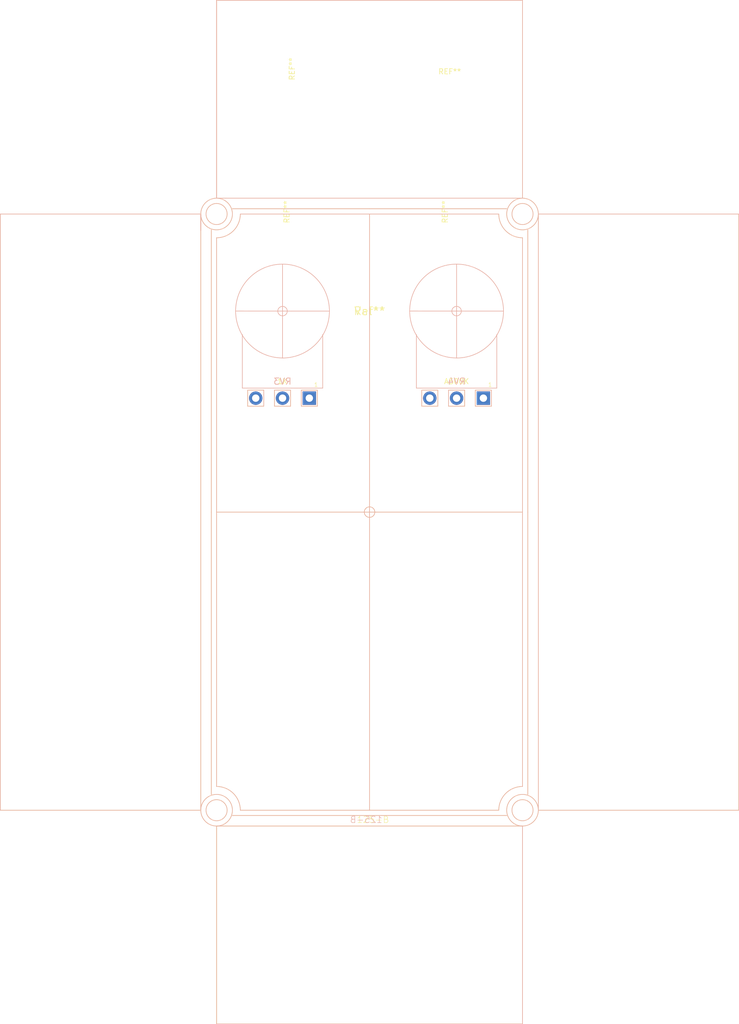
<source format=kicad_pcb>
(kicad_pcb (version 20171130) (host pcbnew "(5.1.5-0-10_14)")

  (general
    (thickness 1.6)
    (drawings 0)
    (tracks 0)
    (zones 0)
    (modules 10)
    (nets 5)
  )

  (page A4)
  (layers
    (0 F.Cu signal)
    (31 B.Cu signal)
    (32 B.Adhes user)
    (33 F.Adhes user)
    (34 B.Paste user)
    (35 F.Paste user)
    (36 B.SilkS user)
    (37 F.SilkS user)
    (38 B.Mask user)
    (39 F.Mask user)
    (40 Dwgs.User user)
    (41 Cmts.User user)
    (42 Eco1.User user)
    (43 Eco2.User user)
    (44 Edge.Cuts user)
    (45 Margin user)
    (46 B.CrtYd user)
    (47 F.CrtYd user)
    (48 B.Fab user)
    (49 F.Fab user)
  )

  (setup
    (last_trace_width 0.25)
    (trace_clearance 0.2)
    (zone_clearance 0.508)
    (zone_45_only no)
    (trace_min 0.2)
    (via_size 0.8)
    (via_drill 0.4)
    (via_min_size 0.4)
    (via_min_drill 0.3)
    (uvia_size 0.3)
    (uvia_drill 0.1)
    (uvias_allowed no)
    (uvia_min_size 0.2)
    (uvia_min_drill 0.1)
    (edge_width 0.05)
    (segment_width 0.2)
    (pcb_text_width 0.3)
    (pcb_text_size 1.5 1.5)
    (mod_edge_width 0.12)
    (mod_text_size 1 1)
    (mod_text_width 0.15)
    (pad_size 1.524 1.524)
    (pad_drill 0.762)
    (pad_to_mask_clearance 0.051)
    (solder_mask_min_width 0.25)
    (aux_axis_origin 0 0)
    (visible_elements FFFFFF7F)
    (pcbplotparams
      (layerselection 0x010fc_ffffffff)
      (usegerberextensions false)
      (usegerberattributes false)
      (usegerberadvancedattributes false)
      (creategerberjobfile false)
      (excludeedgelayer true)
      (linewidth 0.100000)
      (plotframeref false)
      (viasonmask false)
      (mode 1)
      (useauxorigin false)
      (hpglpennumber 1)
      (hpglpenspeed 20)
      (hpglpendiameter 15.000000)
      (psnegative false)
      (psa4output false)
      (plotreference true)
      (plotvalue true)
      (plotinvisibletext false)
      (padsonsilk false)
      (subtractmaskfromsilk false)
      (outputformat 1)
      (mirror false)
      (drillshape 1)
      (scaleselection 1)
      (outputdirectory ""))
  )

  (net 0 "")
  (net 1 "Net-(C2-Pad1)")
  (net 2 GND)
  (net 3 "Net-(Cp2-Pad1)")
  (net 4 FUZZ_FACE_OUT)

  (net_class Default "This is the default net class."
    (clearance 0.2)
    (trace_width 0.25)
    (via_dia 0.8)
    (via_drill 0.4)
    (uvia_dia 0.3)
    (uvia_drill 0.1)
    (add_net FUZZ_FACE_OUT)
    (add_net GND)
    (add_net "Net-(C2-Pad1)")
    (add_net "Net-(Cp2-Pad1)")
  )

  (module "MBv3 enclosures:LED" (layer F.Cu) (tedit 5FF8AA9F) (tstamp 613FB7D2)
    (at 100 61.9)
    (fp_text reference Ref** (at 0 0) (layer F.SilkS)
      (effects (font (size 1.524 1.524) (thickness 0.15)))
    )
    (fp_text value Val** (at 0 0) (layer F.SilkS)
      (effects (font (size 1.524 1.524) (thickness 0.15)))
    )
    (fp_line (start -2 0) (end 2 0) (layer Dwgs.User) (width 0.127))
    (fp_line (start 0 -2) (end 0 2) (layer Dwgs.User) (width 0.127))
    (fp_circle (center 0 0) (end 2.5 0) (layer Dwgs.User) (width 0.127))
    (fp_circle (center 0 0) (end 1.5 0) (layer Dwgs.User) (width 0.127))
  )

  (module "MBv3 enclosures:DC_TOP" (layer F.Cu) (tedit 5B29013C) (tstamp 613FADBE)
    (at 100 38.8)
    (fp_text reference Ref** (at 0 0) (layer F.SilkS) hide
      (effects (font (size 1.524 1.524) (thickness 0.15)))
    )
    (fp_text value Val** (at 0 0) (layer F.SilkS) hide
      (effects (font (size 1.524 1.524) (thickness 0.15)))
    )
    (fp_line (start -3.825 3.15) (end 3.825 3.15) (layer Dwgs.User) (width 0.127))
    (fp_poly (pts (xy -5.4 5.6) (xy 5.4 5.6) (xy 5.4 3.75) (xy -5.4 3.75)) (layer Dwgs.User) (width 0))
    (fp_line (start -3.825 8.65) (end 3.825 8.65) (layer Dwgs.User) (width 0.127))
    (fp_line (start -3.825 7.65) (end 3.825 7.65) (layer Dwgs.User) (width 0.127))
    (fp_line (start -3.825 6.65) (end 3.825 6.65) (layer Dwgs.User) (width 0.127))
    (fp_line (start -3.825 5.65) (end 3.825 5.65) (layer Dwgs.User) (width 0.127))
    (fp_line (start -3.825 4.65) (end 3.825 4.65) (layer Dwgs.User) (width 0.127))
    (fp_line (start 3.5 13.65) (end 3 13.65) (layer Dwgs.User) (width 0.127))
    (fp_line (start 3.5 9.65) (end 3.5 13.65) (layer Dwgs.User) (width 0.127))
    (fp_line (start 3 9.65) (end 3 13.65) (layer Dwgs.User) (width 0.127))
    (fp_line (start -3 15.3) (end -3.5 15.3) (layer Dwgs.User) (width 0.127))
    (fp_line (start -3 9.65) (end -3 15.3) (layer Dwgs.User) (width 0.127))
    (fp_line (start -3.5 9.65) (end -3.5 15.3) (layer Dwgs.User) (width 0.127))
    (fp_line (start -4.5 -2) (end -4.5 -1.65) (layer Dwgs.User) (width 0.127))
    (fp_line (start 4.5 -2) (end -4.5 -2) (layer Dwgs.User) (width 0.127))
    (fp_line (start -4.5 -1.65) (end 4.5 -1.65) (layer Dwgs.User) (width 0.127))
    (fp_line (start -5 -1.65) (end -4.5 -1.65) (layer Dwgs.User) (width 0.127))
    (fp_line (start -5 1.65) (end -5 -1.65) (layer Dwgs.User) (width 0.127))
    (fp_line (start -3.825 3.15) (end -3.825 1.65) (layer Dwgs.User) (width 0.127))
    (fp_line (start -3.825 4.65) (end -3.825 3.15) (layer Dwgs.User) (width 0.127))
    (fp_line (start -3.825 5.65) (end -3.825 4.65) (layer Dwgs.User) (width 0.127))
    (fp_line (start -3.825 6.65) (end -3.825 5.65) (layer Dwgs.User) (width 0.127))
    (fp_line (start -3.825 7.65) (end -3.825 6.65) (layer Dwgs.User) (width 0.127))
    (fp_line (start -3.825 8.65) (end -3.825 7.65) (layer Dwgs.User) (width 0.127))
    (fp_line (start -3.825 9.65) (end -3.825 8.65) (layer Dwgs.User) (width 0.127))
    (fp_line (start -3.5 9.65) (end -3.825 9.65) (layer Dwgs.User) (width 0.127))
    (fp_line (start -3 9.65) (end -3.5 9.65) (layer Dwgs.User) (width 0.127))
    (fp_line (start 3 9.65) (end -3 9.65) (layer Dwgs.User) (width 0.127))
    (fp_line (start 3.5 9.65) (end 3 9.65) (layer Dwgs.User) (width 0.127))
    (fp_line (start 3.825 9.65) (end 3.5 9.65) (layer Dwgs.User) (width 0.127))
    (fp_line (start -3.825 1.65) (end 3.825 1.65) (layer Dwgs.User) (width 0.127))
    (fp_line (start -5 1.65) (end -3.825 1.65) (layer Dwgs.User) (width 0.127))
    (fp_line (start 3.825 3.15) (end 3.825 1.65) (layer Dwgs.User) (width 0.127))
    (fp_line (start 3.825 4.65) (end 3.825 3.15) (layer Dwgs.User) (width 0.127))
    (fp_line (start 3.825 5.65) (end 3.825 4.65) (layer Dwgs.User) (width 0.127))
    (fp_line (start 3.825 6.65) (end 3.825 5.65) (layer Dwgs.User) (width 0.127))
    (fp_line (start 3.825 7.65) (end 3.825 6.65) (layer Dwgs.User) (width 0.127))
    (fp_line (start 3.825 8.65) (end 3.825 7.65) (layer Dwgs.User) (width 0.127))
    (fp_line (start 3.825 9.65) (end 3.825 8.65) (layer Dwgs.User) (width 0.127))
    (fp_line (start 5 1.65) (end 3.825 1.65) (layer Dwgs.User) (width 0.127))
    (fp_line (start 5 -1.65) (end 5 1.65) (layer Dwgs.User) (width 0.127))
    (fp_line (start 4.5 -2) (end 4.5 -1.65) (layer Dwgs.User) (width 0.127))
    (fp_line (start 5 -1.65) (end 4.5 -1.65) (layer Dwgs.User) (width 0.127))
    (fp_line (start -3.825 3.15) (end 3.825 3.15) (layer Dwgs.User) (width 0.127))
    (fp_poly (pts (xy -5.4 5.6) (xy 5.4 5.6) (xy 5.4 3.75) (xy -5.4 3.75)) (layer Dwgs.User) (width 0))
    (fp_line (start -3.825 8.65) (end 3.825 8.65) (layer Dwgs.User) (width 0.127))
    (fp_line (start -3.825 7.65) (end 3.825 7.65) (layer Dwgs.User) (width 0.127))
    (fp_line (start -3.825 6.65) (end 3.825 6.65) (layer Dwgs.User) (width 0.127))
    (fp_line (start -3.825 5.65) (end 3.825 5.65) (layer Dwgs.User) (width 0.127))
    (fp_line (start -3.825 4.65) (end 3.825 4.65) (layer Dwgs.User) (width 0.127))
    (fp_line (start 3.5 13.65) (end 3 13.65) (layer Dwgs.User) (width 0.127))
    (fp_line (start 3.5 9.65) (end 3.5 13.65) (layer Dwgs.User) (width 0.127))
    (fp_line (start 3 9.65) (end 3 13.65) (layer Dwgs.User) (width 0.127))
    (fp_line (start -3 15.3) (end -3.5 15.3) (layer Dwgs.User) (width 0.127))
    (fp_line (start -3 9.65) (end -3 15.3) (layer Dwgs.User) (width 0.127))
    (fp_line (start -3.5 9.65) (end -3.5 15.3) (layer Dwgs.User) (width 0.127))
    (fp_line (start -4.5 -2) (end -4.5 -1.65) (layer Dwgs.User) (width 0.127))
    (fp_line (start 4.5 -2) (end -4.5 -2) (layer Dwgs.User) (width 0.127))
    (fp_line (start -4.5 -1.65) (end 4.5 -1.65) (layer Dwgs.User) (width 0.127))
    (fp_line (start -5 -1.65) (end -4.5 -1.65) (layer Dwgs.User) (width 0.127))
    (fp_line (start -5 1.65) (end -5 -1.65) (layer Dwgs.User) (width 0.127))
    (fp_line (start -3.825 3.15) (end -3.825 1.65) (layer Dwgs.User) (width 0.127))
    (fp_line (start -3.825 4.65) (end -3.825 3.15) (layer Dwgs.User) (width 0.127))
    (fp_line (start -3.825 5.65) (end -3.825 4.65) (layer Dwgs.User) (width 0.127))
    (fp_line (start -3.825 6.65) (end -3.825 5.65) (layer Dwgs.User) (width 0.127))
    (fp_line (start -3.825 7.65) (end -3.825 6.65) (layer Dwgs.User) (width 0.127))
    (fp_line (start -3.825 8.65) (end -3.825 7.65) (layer Dwgs.User) (width 0.127))
    (fp_line (start -3.825 9.65) (end -3.825 8.65) (layer Dwgs.User) (width 0.127))
    (fp_line (start -3.5 9.65) (end -3.825 9.65) (layer Dwgs.User) (width 0.127))
    (fp_line (start -3 9.65) (end -3.5 9.65) (layer Dwgs.User) (width 0.127))
    (fp_line (start 3 9.65) (end -3 9.65) (layer Dwgs.User) (width 0.127))
    (fp_line (start 3.5 9.65) (end 3 9.65) (layer Dwgs.User) (width 0.127))
    (fp_line (start 3.825 9.65) (end 3.5 9.65) (layer Dwgs.User) (width 0.127))
    (fp_line (start -3.825 1.65) (end 3.825 1.65) (layer Dwgs.User) (width 0.127))
    (fp_line (start -5 1.65) (end -3.825 1.65) (layer Dwgs.User) (width 0.127))
    (fp_line (start 3.825 3.15) (end 3.825 1.65) (layer Dwgs.User) (width 0.127))
    (fp_line (start 3.825 4.65) (end 3.825 3.15) (layer Dwgs.User) (width 0.127))
    (fp_line (start 3.825 5.65) (end 3.825 4.65) (layer Dwgs.User) (width 0.127))
    (fp_line (start 3.825 6.65) (end 3.825 5.65) (layer Dwgs.User) (width 0.127))
    (fp_line (start 3.825 7.65) (end 3.825 6.65) (layer Dwgs.User) (width 0.127))
    (fp_line (start 3.825 8.65) (end 3.825 7.65) (layer Dwgs.User) (width 0.127))
    (fp_line (start 3.825 9.65) (end 3.825 8.65) (layer Dwgs.User) (width 0.127))
    (fp_line (start 5 1.65) (end 3.825 1.65) (layer Dwgs.User) (width 0.127))
    (fp_line (start 5 -1.65) (end 5 1.65) (layer Dwgs.User) (width 0.127))
    (fp_line (start 4.5 -2) (end 4.5 -1.65) (layer Dwgs.User) (width 0.127))
    (fp_line (start 5 -1.65) (end 4.5 -1.65) (layer Dwgs.User) (width 0.127))
  )

  (module "MBv3 enclosures:DC_DRILL" (layer F.Cu) (tedit 5C965AA6) (tstamp 613FA919)
    (at 100 26.1)
    (fp_text reference "" (at 0 0) (layer F.SilkS)
      (effects (font (size 1.524 1.524) (thickness 0.15)))
    )
    (fp_text value "" (at 0 0) (layer F.SilkS)
      (effects (font (size 1.524 1.524) (thickness 0.15)))
    )
    (fp_line (start 2.2 -5.4) (end 5.4 -2.2) (layer Dwgs.User) (width 0.127))
    (fp_line (start 2.2 -5.4) (end -2.2 -5.4) (layer Dwgs.User) (width 0.127))
    (fp_line (start -2.2 -5.4) (end -5.4 -2.2) (layer Dwgs.User) (width 0.127))
    (fp_line (start -2.2 5.4) (end -5.4 2.2) (layer Dwgs.User) (width 0.127))
    (fp_line (start -5.4 2.2) (end -5.4 -2.2) (layer Dwgs.User) (width 0.127))
    (fp_line (start -2.2 5.4) (end 2.2 5.4) (layer Dwgs.User) (width 0.127))
    (fp_line (start 2.2 5.4) (end 5.4 2.2) (layer Dwgs.User) (width 0.127))
    (fp_line (start 5.4 2.2) (end 5.4 -2.2) (layer Dwgs.User) (width 0.127))
    (fp_circle (center 0 0) (end 5 0) (layer Dwgs.User) (width 0.127))
    (fp_circle (center 0 0) (end 2 0) (layer Dwgs.User) (width 0.127))
    (fp_line (start 0 0) (end 0 2) (layer Dwgs.User) (width 0.127))
    (fp_line (start -2 0) (end 0 0) (layer Dwgs.User) (width 0.127))
    (fp_line (start 0 0) (end 2 0) (layer Dwgs.User) (width 0.127))
    (fp_line (start 0 0) (end 0 -6.15) (layer Dwgs.User) (width 0.127))
    (fp_line (start 2 0) (end 6.15 0) (layer Dwgs.User) (width 0.127))
    (fp_line (start -2 0) (end -6.15 0) (layer Dwgs.User) (width 0.127))
    (fp_line (start 0 2) (end 0 6.15) (layer Dwgs.User) (width 0.127))
    (fp_line (start -2.2 -5.4) (end -5.4 -2.2) (layer Dwgs.User) (width 0.127))
    (fp_line (start -2.2 -5.4) (end 2.2 -5.4) (layer Dwgs.User) (width 0.127))
    (fp_line (start 2.2 -5.4) (end 5.4 -2.2) (layer Dwgs.User) (width 0.127))
    (fp_line (start 2.2 5.4) (end 5.4 2.2) (layer Dwgs.User) (width 0.127))
    (fp_line (start 5.4 2.2) (end 5.4 -2.2) (layer Dwgs.User) (width 0.127))
    (fp_line (start 2.2 5.4) (end -2.2 5.4) (layer Dwgs.User) (width 0.127))
    (fp_line (start -2.2 5.4) (end -5.4 2.2) (layer Dwgs.User) (width 0.127))
    (fp_line (start -5.4 2.2) (end -5.4 -2.2) (layer Dwgs.User) (width 0.127))
    (fp_circle (center 0 0) (end 5 0) (layer Dwgs.User) (width 0.127))
    (fp_circle (center 0 0) (end 2 0) (layer Dwgs.User) (width 0.127))
    (fp_line (start 0 0) (end 0 2) (layer Dwgs.User) (width 0.127))
    (fp_line (start 2 0) (end 0 0) (layer Dwgs.User) (width 0.127))
    (fp_line (start 0 0) (end -2 0) (layer Dwgs.User) (width 0.127))
    (fp_line (start 0 0) (end 0 -6.15) (layer Dwgs.User) (width 0.127))
    (fp_line (start -2 0) (end -6.15 0) (layer Dwgs.User) (width 0.127))
    (fp_line (start 2 0) (end 6.15 0) (layer Dwgs.User) (width 0.127))
    (fp_line (start 0 2) (end 0 6.15) (layer Dwgs.User) (width 0.127))
  )

  (module "pedal-component-footprint:Tayda 6.35mm Jack Front" (layer F.Cu) (tedit 6079F88C) (tstamp 613FA452)
    (at 115.2 16)
    (fp_text reference REF** (at 0 0.5) (layer F.SilkS)
      (effects (font (size 1 1) (thickness 0.15)))
    )
    (fp_text value "Tayda 6.35mm Jack Front" (at 0 -0.5) (layer F.Fab)
      (effects (font (size 1 1) (thickness 0.15)))
    )
    (fp_line (start 0 -7.9) (end -7.9 -7.9) (layer Eco1.User) (width 0.12))
    (fp_line (start -7.9 -7.9) (end -7.9 3.7) (layer Eco1.User) (width 0.12))
    (fp_line (start -3.7 7.9) (end 7.9 7.9) (layer Eco1.User) (width 0.12))
    (fp_line (start 7.9 7.9) (end 7.9 -7.9) (layer Eco1.User) (width 0.12))
    (fp_line (start 7.9 -7.9) (end 0 -7.9) (layer Eco1.User) (width 0.12))
    (fp_line (start -7.9 3.7) (end -3.7 7.9) (layer Eco1.User) (width 0.12))
    (fp_circle (center 0 0) (end -0.3 -4.1) (layer Eco1.User) (width 0.12))
    (fp_line (start 0 0) (end -2 0) (layer Eco1.User) (width 0.12))
    (fp_line (start 0 0) (end 2 0) (layer Eco1.User) (width 0.12))
    (fp_line (start 0 -2) (end 0 2) (layer Eco1.User) (width 0.12))
  )

  (module "pedal-component-footprint:Tayda 6.35mm Jack Front" (layer F.Cu) (tedit 6079F88C) (tstamp 613FA3D4)
    (at 84.8 16 90)
    (fp_text reference REF** (at 0 0.5 90) (layer F.SilkS)
      (effects (font (size 1 1) (thickness 0.15)))
    )
    (fp_text value "Tayda 6.35mm Jack Front" (at 0 -0.5 90) (layer F.Fab)
      (effects (font (size 1 1) (thickness 0.15)))
    )
    (fp_line (start 0 -2) (end 0 2) (layer Eco1.User) (width 0.12))
    (fp_line (start 0 0) (end 2 0) (layer Eco1.User) (width 0.12))
    (fp_line (start 0 0) (end -2 0) (layer Eco1.User) (width 0.12))
    (fp_circle (center 0 0) (end -0.3 -4.1) (layer Eco1.User) (width 0.12))
    (fp_line (start -7.9 3.7) (end -3.7 7.9) (layer Eco1.User) (width 0.12))
    (fp_line (start 7.9 -7.9) (end 0 -7.9) (layer Eco1.User) (width 0.12))
    (fp_line (start 7.9 7.9) (end 7.9 -7.9) (layer Eco1.User) (width 0.12))
    (fp_line (start -3.7 7.9) (end 7.9 7.9) (layer Eco1.User) (width 0.12))
    (fp_line (start -7.9 -7.9) (end -7.9 3.7) (layer Eco1.User) (width 0.12))
    (fp_line (start 0 -7.9) (end -7.9 -7.9) (layer Eco1.User) (width 0.12))
  )

  (module "pedal-component-footprint:Tayda 6.35mm Jack Side" (layer F.Cu) (tedit 6079F5BE) (tstamp 613FA072)
    (at 114.8 43.1 270)
    (fp_text reference REF** (at 0 0.5 90) (layer F.SilkS)
      (effects (font (size 1 1) (thickness 0.15)))
    )
    (fp_text value "Tayda 6.35mm Jack Side" (at 0 -0.5 90) (layer F.Fab)
      (effects (font (size 1 1) (thickness 0.15)))
    )
    (fp_line (start 0 0) (end 0 -7.9) (layer Eco1.User) (width 0.12))
    (fp_line (start 0 -7.9) (end 19.8 -7.9) (layer Eco1.User) (width 0.12))
    (fp_line (start 19.8 -7.9) (end 19.8 7.9) (layer Eco1.User) (width 0.12))
    (fp_line (start 19.8 7.9) (end 0 7.9) (layer Eco1.User) (width 0.12))
    (fp_line (start 0 7.9) (end 0 0) (layer Eco1.User) (width 0.12))
    (fp_line (start 26.6 -7) (end 26.6 -6) (layer Eco1.User) (width 0.12))
    (fp_line (start 26.6 -6) (end 19.8 -6) (layer Eco1.User) (width 0.12))
    (fp_line (start 19.8 -6) (end 19.8 -7) (layer Eco1.User) (width 0.12))
    (fp_line (start 19.8 -7) (end 26.6 -7) (layer Eco1.User) (width 0.12))
    (fp_line (start 26.6 -1.9) (end 19.8 -1.9) (layer Eco1.User) (width 0.12))
    (fp_line (start 26.6 -4.2) (end 26.6 -1.9) (layer Eco1.User) (width 0.12))
    (fp_line (start 19.8 -4.2) (end 26.6 -4.2) (layer Eco1.User) (width 0.12))
    (fp_line (start 19.8 -1.9) (end 19.8 -4.2) (layer Eco1.User) (width 0.12))
    (fp_line (start 19.8 7.4) (end 19.8 5.1) (layer Eco1.User) (width 0.12))
    (fp_line (start 26.6 5.1) (end 26.6 7.4) (layer Eco1.User) (width 0.12))
    (fp_line (start 26.6 7.4) (end 19.8 7.4) (layer Eco1.User) (width 0.12))
    (fp_line (start 19.8 5.1) (end 26.6 5.1) (layer Eco1.User) (width 0.12))
    (fp_line (start 26.6 2.4) (end 19.8 2.4) (layer Eco1.User) (width 0.12))
    (fp_line (start 26.6 0.1) (end 26.6 2.4) (layer Eco1.User) (width 0.12))
    (fp_line (start 19.8 0.1) (end 26.6 0.1) (layer Eco1.User) (width 0.12))
    (fp_line (start 19.8 2.4) (end 19.8 0.1) (layer Eco1.User) (width 0.12))
    (fp_line (start 0 0) (end 0 -4.1) (layer Eco1.User) (width 0.12))
    (fp_line (start 0 -4.1) (end -8.3 -4.1) (layer Eco1.User) (width 0.12))
    (fp_line (start -8.3 -4.1) (end -8.3 4.1) (layer Eco1.User) (width 0.12))
    (fp_line (start -8.3 4.1) (end 0 4.1) (layer Eco1.User) (width 0.12))
    (fp_line (start 0 4.1) (end 0 0) (layer Eco1.User) (width 0.12))
    (fp_line (start -0.5 0) (end -0.5 -5.5) (layer Eco1.User) (width 0.12))
    (fp_line (start -0.5 -5.5) (end 0 -5.5) (layer Eco1.User) (width 0.12))
    (fp_line (start 0 -5.5) (end 0 5.5) (layer Eco1.User) (width 0.12))
    (fp_line (start 0 5.5) (end -0.5 5.5) (layer Eco1.User) (width 0.12))
    (fp_line (start -0.5 5.5) (end -0.5 0) (layer Eco1.User) (width 0.12))
    (fp_line (start -7.5 4.1) (end -6 -4.1) (layer Eco1.User) (width 0.12))
    (fp_line (start -6 -4.1) (end -4.5 4.1) (layer Eco1.User) (width 0.12))
    (fp_line (start -4.5 4.1) (end -3.3 -4.1) (layer Eco1.User) (width 0.12))
  )

  (module "pedal-component-footprint:Tayda 6.35mm Jack Side" (layer F.Cu) (tedit 6079F5BE) (tstamp 613F9F48)
    (at 84.8 43.1 270)
    (fp_text reference REF** (at 0 0.5 90) (layer F.SilkS)
      (effects (font (size 1 1) (thickness 0.15)))
    )
    (fp_text value "Tayda 6.35mm Jack Side" (at 0 -0.5 90) (layer F.Fab)
      (effects (font (size 1 1) (thickness 0.15)))
    )
    (fp_line (start -4.5 4.1) (end -3.3 -4.1) (layer Eco1.User) (width 0.12))
    (fp_line (start -6 -4.1) (end -4.5 4.1) (layer Eco1.User) (width 0.12))
    (fp_line (start -7.5 4.1) (end -6 -4.1) (layer Eco1.User) (width 0.12))
    (fp_line (start -0.5 5.5) (end -0.5 0) (layer Eco1.User) (width 0.12))
    (fp_line (start 0 5.5) (end -0.5 5.5) (layer Eco1.User) (width 0.12))
    (fp_line (start 0 -5.5) (end 0 5.5) (layer Eco1.User) (width 0.12))
    (fp_line (start -0.5 -5.5) (end 0 -5.5) (layer Eco1.User) (width 0.12))
    (fp_line (start -0.5 0) (end -0.5 -5.5) (layer Eco1.User) (width 0.12))
    (fp_line (start 0 4.1) (end 0 0) (layer Eco1.User) (width 0.12))
    (fp_line (start -8.3 4.1) (end 0 4.1) (layer Eco1.User) (width 0.12))
    (fp_line (start -8.3 -4.1) (end -8.3 4.1) (layer Eco1.User) (width 0.12))
    (fp_line (start 0 -4.1) (end -8.3 -4.1) (layer Eco1.User) (width 0.12))
    (fp_line (start 0 0) (end 0 -4.1) (layer Eco1.User) (width 0.12))
    (fp_line (start 19.8 2.4) (end 19.8 0.1) (layer Eco1.User) (width 0.12))
    (fp_line (start 19.8 0.1) (end 26.6 0.1) (layer Eco1.User) (width 0.12))
    (fp_line (start 26.6 0.1) (end 26.6 2.4) (layer Eco1.User) (width 0.12))
    (fp_line (start 26.6 2.4) (end 19.8 2.4) (layer Eco1.User) (width 0.12))
    (fp_line (start 19.8 5.1) (end 26.6 5.1) (layer Eco1.User) (width 0.12))
    (fp_line (start 26.6 7.4) (end 19.8 7.4) (layer Eco1.User) (width 0.12))
    (fp_line (start 26.6 5.1) (end 26.6 7.4) (layer Eco1.User) (width 0.12))
    (fp_line (start 19.8 7.4) (end 19.8 5.1) (layer Eco1.User) (width 0.12))
    (fp_line (start 19.8 -1.9) (end 19.8 -4.2) (layer Eco1.User) (width 0.12))
    (fp_line (start 19.8 -4.2) (end 26.6 -4.2) (layer Eco1.User) (width 0.12))
    (fp_line (start 26.6 -4.2) (end 26.6 -1.9) (layer Eco1.User) (width 0.12))
    (fp_line (start 26.6 -1.9) (end 19.8 -1.9) (layer Eco1.User) (width 0.12))
    (fp_line (start 19.8 -7) (end 26.6 -7) (layer Eco1.User) (width 0.12))
    (fp_line (start 19.8 -6) (end 19.8 -7) (layer Eco1.User) (width 0.12))
    (fp_line (start 26.6 -6) (end 19.8 -6) (layer Eco1.User) (width 0.12))
    (fp_line (start 26.6 -7) (end 26.6 -6) (layer Eco1.User) (width 0.12))
    (fp_line (start 0 7.9) (end 0 0) (layer Eco1.User) (width 0.12))
    (fp_line (start 19.8 7.9) (end 0 7.9) (layer Eco1.User) (width 0.12))
    (fp_line (start 19.8 -7.9) (end 19.8 7.9) (layer Eco1.User) (width 0.12))
    (fp_line (start 0 -7.9) (end 19.8 -7.9) (layer Eco1.User) (width 0.12))
    (fp_line (start 0 0) (end 0 -7.9) (layer Eco1.User) (width 0.12))
  )

  (module "MBv3 enclosures:125B" (layer F.Cu) (tedit 0) (tstamp 613F6F28)
    (at 100 100)
    (fp_text reference "" (at 0 0) (layer F.SilkS)
      (effects (font (size 1.524 1.524) (thickness 0.15)))
    )
    (fp_text value "" (at 0 0) (layer F.SilkS)
      (effects (font (size 1.524 1.524) (thickness 0.15)))
    )
    (fp_circle (center 0 0) (end 1 0) (layer B.SilkS) (width 0.127))
    (fp_line (start 29 52) (end 29 0) (layer B.SilkS) (width 0.127))
    (fp_arc (start 29 56.5) (end 29 52) (angle -90) (layer B.SilkS) (width 0.127))
    (fp_line (start 24.5 56.5) (end 0 56.5) (layer B.SilkS) (width 0.127))
    (fp_arc (start -29 56.5) (end -24.5 56.5) (angle -90) (layer B.SilkS) (width 0.127))
    (fp_line (start 0 56.5) (end -24.5 56.5) (layer B.SilkS) (width 0.127))
    (fp_line (start -29 52) (end -29 0) (layer B.SilkS) (width 0.127))
    (fp_line (start 0 0) (end 0 56.5) (layer B.SilkS) (width 0.127))
    (fp_line (start 29 0) (end 0 0) (layer B.SilkS) (width 0.127))
    (fp_line (start 29 0) (end 29 -52) (layer B.SilkS) (width 0.127))
    (fp_arc (start 29 -56.5) (end 24.5 -56.5) (angle -90) (layer B.SilkS) (width 0.127))
    (fp_line (start 24.5 -56.5) (end 0 -56.5) (layer B.SilkS) (width 0.127))
    (fp_arc (start -29 -56.5) (end -29 -52) (angle -90) (layer B.SilkS) (width 0.127))
    (fp_line (start 0 -56.5) (end -24.5 -56.5) (layer B.SilkS) (width 0.127))
    (fp_line (start -29 0) (end -29 -52) (layer B.SilkS) (width 0.127))
    (fp_line (start 0 0) (end -29 0) (layer B.SilkS) (width 0.127))
    (fp_line (start 0 -56.5) (end 0 0) (layer B.SilkS) (width 0.127))
    (fp_line (start -29 97) (end -29 59.5) (layer B.SilkS) (width 0.127))
    (fp_line (start 29 97) (end -29 97) (layer B.SilkS) (width 0.127))
    (fp_line (start 29 59.5) (end 29 97) (layer B.SilkS) (width 0.127))
    (fp_line (start 29 59.5) (end 29 97) (layer B.SilkS) (width 0.127))
    (fp_line (start 70 56.5) (end 32 56.5) (layer B.SilkS) (width 0.127))
    (fp_line (start 70 -56.5) (end 70 56.5) (layer B.SilkS) (width 0.127))
    (fp_line (start 32 -56.5) (end 70 -56.5) (layer B.SilkS) (width 0.127))
    (fp_line (start 29 -97) (end 29 -59.5) (layer B.SilkS) (width 0.127))
    (fp_line (start -29 -97) (end 29 -97) (layer B.SilkS) (width 0.127))
    (fp_line (start -29 -59.5) (end -29 -97) (layer B.SilkS) (width 0.127))
    (fp_line (start -70 -56.5) (end -32 -56.5) (layer B.SilkS) (width 0.127))
    (fp_line (start -70 56.5) (end -70 -56.5) (layer B.SilkS) (width 0.127))
    (fp_line (start -32 56.5) (end -70 56.5) (layer B.SilkS) (width 0.127))
    (fp_line (start -29 -59.5) (end -29 -97) (layer B.SilkS) (width 0.127))
    (fp_line (start -32 -53.365) (end -32 -56.5) (layer B.SilkS) (width 0.127))
    (fp_line (start -32 -56.5) (end -32 -53.365) (layer B.SilkS) (width 0.127))
    (fp_line (start -32 56.5) (end -32 -56.5) (layer B.SilkS) (width 0.127))
    (fp_circle (center 29 -56.5) (end 32 -56.5) (layer B.SilkS) (width 0.127))
    (fp_circle (center 29 -56.5) (end 31 -56.5) (layer B.SilkS) (width 0.127))
    (fp_circle (center -29 -56.5) (end -27 -56.5) (layer B.SilkS) (width 0.127))
    (fp_circle (center -29 -56.5) (end -26 -56.5) (layer B.SilkS) (width 0.127))
    (fp_circle (center -29 56.5) (end -27 56.5) (layer B.SilkS) (width 0.127))
    (fp_circle (center -29 56.5) (end -26 56.5) (layer B.SilkS) (width 0.127))
    (fp_text user 125-B (at 2.5 59) (layer B.SilkS)
      (effects (font (size 1.2065 1.2065) (thickness 0.1016)) (justify left bottom mirror))
    )
    (fp_circle (center 29 56.5) (end 31 56.5) (layer B.SilkS) (width 0.127))
    (fp_circle (center 29 56.5) (end 32 56.5) (layer B.SilkS) (width 0.127))
    (fp_line (start 29 59.5) (end -29 59.5) (layer B.SilkS) (width 0.127))
    (fp_line (start 32 -56.5) (end 32 56.5) (layer B.SilkS) (width 0.127))
    (fp_line (start -29 -59.5) (end 29 -59.5) (layer B.SilkS) (width 0.127))
    (fp_line (start 0 -57.5) (end 26 -57.5) (layer B.SilkS) (width 0.127))
    (fp_line (start -26 -57.5) (end 0 -57.5) (layer B.SilkS) (width 0.127))
    (fp_line (start -30 0) (end -30 -53.5) (layer B.SilkS) (width 0.127))
    (fp_line (start -30 53.5) (end -30 0) (layer B.SilkS) (width 0.127))
    (fp_line (start 30 0) (end 30 -53.5) (layer B.SilkS) (width 0.127))
    (fp_line (start 30 53.5) (end 30 0) (layer B.SilkS) (width 0.127))
    (fp_line (start 0 57.5) (end 26 57.5) (layer B.SilkS) (width 0.127))
    (fp_line (start -26 57.5) (end 0 57.5) (layer B.SilkS) (width 0.127))
    (fp_circle (center 0 0) (end 1 0) (layer F.SilkS) (width 0.127))
    (fp_line (start -29 52) (end -29 0) (layer F.SilkS) (width 0.127))
    (fp_arc (start -29 56.5) (end -29 52) (angle 90) (layer F.SilkS) (width 0.127))
    (fp_line (start -24.5 56.5) (end 0 56.5) (layer F.SilkS) (width 0.127))
    (fp_arc (start 29 56.5) (end 24.5 56.5) (angle 90) (layer F.SilkS) (width 0.127))
    (fp_line (start 0 56.5) (end 24.5 56.5) (layer F.SilkS) (width 0.127))
    (fp_line (start 29 52) (end 29 0) (layer F.SilkS) (width 0.127))
    (fp_line (start 0 0) (end 0 56.5) (layer F.SilkS) (width 0.127))
    (fp_line (start -29 0) (end 0 0) (layer F.SilkS) (width 0.127))
    (fp_line (start -29 0) (end -29 -52) (layer F.SilkS) (width 0.127))
    (fp_arc (start -29 -56.5) (end -24.5 -56.5) (angle 90) (layer F.SilkS) (width 0.127))
    (fp_line (start -24.5 -56.5) (end 0 -56.5) (layer F.SilkS) (width 0.127))
    (fp_arc (start 29 -56.5) (end 29 -52) (angle 90) (layer F.SilkS) (width 0.127))
    (fp_line (start 0 -56.5) (end 24.5 -56.5) (layer F.SilkS) (width 0.127))
    (fp_line (start 29 0) (end 29 -52) (layer F.SilkS) (width 0.127))
    (fp_line (start 0 0) (end 29 0) (layer F.SilkS) (width 0.127))
    (fp_line (start 0 -56.5) (end 0 0) (layer F.SilkS) (width 0.127))
    (fp_line (start 29 97) (end 29 59.5) (layer F.SilkS) (width 0.127))
    (fp_line (start -29 97) (end 29 97) (layer F.SilkS) (width 0.127))
    (fp_line (start -29 59.5) (end -29 97) (layer F.SilkS) (width 0.127))
    (fp_line (start -29 59.5) (end -29 97) (layer F.SilkS) (width 0.127))
    (fp_line (start -70 56.5) (end -32 56.5) (layer F.SilkS) (width 0.127))
    (fp_line (start -70 -56.5) (end -70 56.5) (layer F.SilkS) (width 0.127))
    (fp_line (start -32 -56.5) (end -70 -56.5) (layer F.SilkS) (width 0.127))
    (fp_line (start -29 -97) (end -29 -59.5) (layer F.SilkS) (width 0.127))
    (fp_line (start 29 -97) (end -29 -97) (layer F.SilkS) (width 0.127))
    (fp_line (start 29 -59.5) (end 29 -97) (layer F.SilkS) (width 0.127))
    (fp_line (start 70 -56.5) (end 32 -56.5) (layer F.SilkS) (width 0.127))
    (fp_line (start 70 56.5) (end 70 -56.5) (layer F.SilkS) (width 0.127))
    (fp_line (start 32 56.5) (end 70 56.5) (layer F.SilkS) (width 0.127))
    (fp_line (start 29 -59.5) (end 29 -97) (layer F.SilkS) (width 0.127))
    (fp_line (start 32 -53.365) (end 32 -56.5) (layer F.SilkS) (width 0.127))
    (fp_line (start 32 -56.5) (end 32 -53.365) (layer F.SilkS) (width 0.127))
    (fp_line (start 32 56.5) (end 32 -56.5) (layer F.SilkS) (width 0.127))
    (fp_circle (center -29 -56.5) (end -26 -56.5) (layer F.SilkS) (width 0.127))
    (fp_circle (center -29 -56.5) (end -27 -56.5) (layer F.SilkS) (width 0.127))
    (fp_circle (center 29 -56.5) (end 31 -56.5) (layer F.SilkS) (width 0.127))
    (fp_circle (center 29 -56.5) (end 32 -56.5) (layer F.SilkS) (width 0.127))
    (fp_circle (center 29 56.5) (end 31 56.5) (layer F.SilkS) (width 0.127))
    (fp_circle (center 29 56.5) (end 32 56.5) (layer F.SilkS) (width 0.127))
    (fp_text user 125-B (at -2.5 59) (layer F.SilkS)
      (effects (font (size 1.2065 1.2065) (thickness 0.1016)) (justify left bottom))
    )
    (fp_circle (center -29 56.5) (end -27 56.5) (layer F.SilkS) (width 0.127))
    (fp_circle (center -29 56.5) (end -26 56.5) (layer F.SilkS) (width 0.127))
    (fp_line (start -29 59.5) (end 29 59.5) (layer F.SilkS) (width 0.127))
    (fp_line (start -32 -56.5) (end -32 56.5) (layer F.SilkS) (width 0.127))
    (fp_line (start 29 -59.5) (end -29 -59.5) (layer F.SilkS) (width 0.127))
    (fp_line (start 0 -57.5) (end -26 -57.5) (layer F.SilkS) (width 0.127))
    (fp_line (start 26 -57.5) (end 0 -57.5) (layer F.SilkS) (width 0.127))
    (fp_line (start 30 0) (end 30 -53.5) (layer F.SilkS) (width 0.127))
    (fp_line (start 30 53.5) (end 30 0) (layer F.SilkS) (width 0.127))
    (fp_line (start -30 0) (end -30 -53.5) (layer F.SilkS) (width 0.127))
    (fp_line (start -30 53.5) (end -30 0) (layer F.SilkS) (width 0.127))
    (fp_line (start 0 57.5) (end -26 57.5) (layer F.SilkS) (width 0.127))
    (fp_line (start 26 57.5) (end 0 57.5) (layer F.SilkS) (width 0.127))
  )

  (module "MBv3 potentiometers:16MM_B.MOUNT_BANZAI" (layer F.Cu) (tedit 5DF7F782) (tstamp 613F954E)
    (at 116.5 78.4)
    (descr "<b>16mm / Right-Angle /  PC Mount / Short Pin</b>\n<p>\nFor bottom-mount potentiometers\n<p>\n<a href=\"http://smallbear-electronics.mybigcommerce.com/alpha-single-gang-16mm-right-angle-pc-mount/\">http://smallbear-electronics.mybigcommerce.com/alpha-single-gang-16mm-right-angle-pc-mount/</a>")
    (path /6140A369/61418BF0)
    (fp_text reference RV4 (at 0 -3.175) (layer B.SilkS)
      (effects (font (size 1.2065 1.2065) (thickness 0.1524)) (justify mirror))
    )
    (fp_text value A500K (at 0 -3.175) (layer F.SilkS)
      (effects (font (size 1 1) (thickness 0.15)))
    )
    (fp_line (start 6.604 1.524) (end 6.604 -1.524) (layer B.SilkS) (width 0.127))
    (fp_line (start 3.556 1.524) (end 6.604 1.524) (layer B.SilkS) (width 0.127))
    (fp_line (start 3.556 -1.524) (end 3.556 1.524) (layer B.SilkS) (width 0.127))
    (fp_line (start 1.524 1.524) (end 1.524 -1.524) (layer B.SilkS) (width 0.127))
    (fp_line (start -1.524 1.524) (end 1.524 1.524) (layer B.SilkS) (width 0.127))
    (fp_line (start -1.524 -1.524) (end -1.524 1.524) (layer B.SilkS) (width 0.127))
    (fp_line (start -3.556 1.524) (end -3.556 -1.524) (layer B.SilkS) (width 0.127))
    (fp_line (start -6.604 1.524) (end -3.556 1.524) (layer B.SilkS) (width 0.127))
    (fp_line (start -6.604 -1.524) (end -6.604 1.524) (layer B.SilkS) (width 0.127))
    (fp_line (start 3.556 -1.524) (end 6.604 -1.524) (layer B.SilkS) (width 0.127))
    (fp_line (start -1.524 -1.524) (end 1.524 -1.524) (layer B.SilkS) (width 0.127))
    (fp_line (start -6.604 -1.524) (end -3.556 -1.524) (layer B.SilkS) (width 0.127))
    (fp_text user 1 (at 6.35 -2.54) (layer F.SilkS)
      (effects (font (size 0.77216 0.77216) (thickness 0.097536)))
    )
    (fp_line (start -7.62 -1.905) (end 7.62 -1.905) (layer B.SilkS) (width 0.127))
    (fp_line (start -8.89 -16.51) (end 8.89 -16.5) (layer B.SilkS) (width 0.127))
    (fp_line (start 0 -7.61) (end 0 -25.39) (layer B.SilkS) (width 0.127))
    (fp_line (start 6.604 1.524) (end 6.604 -1.524) (layer F.SilkS) (width 0.127))
    (fp_line (start 3.556 1.524) (end 6.604 1.524) (layer F.SilkS) (width 0.127))
    (fp_line (start 3.556 -1.524) (end 3.556 1.524) (layer F.SilkS) (width 0.127))
    (fp_line (start 1.524 1.524) (end 1.524 -1.524) (layer F.SilkS) (width 0.127))
    (fp_line (start -1.524 1.524) (end 1.524 1.524) (layer F.SilkS) (width 0.127))
    (fp_line (start -1.524 -1.524) (end -1.524 1.524) (layer F.SilkS) (width 0.127))
    (fp_line (start -3.556 1.524) (end -3.556 -1.524) (layer F.SilkS) (width 0.127))
    (fp_line (start -6.604 1.524) (end -3.556 1.524) (layer F.SilkS) (width 0.127))
    (fp_line (start -6.604 -1.524) (end -6.604 1.524) (layer F.SilkS) (width 0.127))
    (fp_line (start 7.62 -1.905) (end 7.62 -12.065) (layer B.SilkS) (width 0.127))
    (fp_line (start 3.556 -1.524) (end 6.604 -1.524) (layer F.SilkS) (width 0.127))
    (fp_line (start -1.524 -1.524) (end 1.524 -1.524) (layer F.SilkS) (width 0.127))
    (fp_line (start -6.604 -1.524) (end -3.556 -1.524) (layer F.SilkS) (width 0.127))
    (fp_line (start -7.62 -12.065) (end -7.62 -1.905) (layer B.SilkS) (width 0.127))
    (fp_arc (start 0 -16.51) (end 0 -7.62) (angle 90) (layer B.SilkS) (width 0.127))
    (fp_arc (start 0 -16.5) (end 8.89 -16.5) (angle 90) (layer B.SilkS) (width 0.127))
    (fp_arc (start 0.000099 -16.510101) (end 0 -25.400002) (angle 90.001289) (layer B.SilkS) (width 0.127))
    (fp_arc (start -0.000099 -16.510099) (end -8.89 -16.51) (angle 90.001289) (layer B.SilkS) (width 0.127))
    (fp_circle (center 0 -16.5) (end 0.898 -16.5) (layer B.SilkS) (width 0.127))
    (pad 3 thru_hole oval (at -5.08 0 180) (size 2.54 2.54) (drill 1.4) (layers *.Cu *.Mask)
      (net 2 GND))
    (pad 2 thru_hole oval (at 0 0 180) (size 2.54 2.54) (drill 1.4) (layers *.Cu *.Mask)
      (net 4 FUZZ_FACE_OUT))
    (pad 1 thru_hole rect (at 5.08 0 180) (size 2.54 2.54) (drill 1.4) (layers *.Cu *.Mask)
      (net 1 "Net-(C2-Pad1)"))
    (model /home/etienne/Documents/DIY/pcbs_designs/kicad_lib/Vrac/Alpha_16mm_Solder_Lugs.step
      (offset (xyz 0 16.5 -8.5))
      (scale (xyz 1 1 1))
      (rotate (xyz 0 0 -180))
    )
  )

  (module "MBv3 potentiometers:16MM_B.MOUNT_BANZAI" (layer F.Cu) (tedit 5DF7F782) (tstamp 613F95C9)
    (at 83.5 78.4)
    (descr "<b>16mm / Right-Angle /  PC Mount / Short Pin</b>\n<p>\nFor bottom-mount potentiometers\n<p>\n<a href=\"http://smallbear-electronics.mybigcommerce.com/alpha-single-gang-16mm-right-angle-pc-mount/\">http://smallbear-electronics.mybigcommerce.com/alpha-single-gang-16mm-right-angle-pc-mount/</a>")
    (path /6140A369/61418BA7)
    (fp_text reference RV3 (at 0 -3.175) (layer B.SilkS)
      (effects (font (size 1.2065 1.2065) (thickness 0.1524)) (justify mirror))
    )
    (fp_text value 1K (at 0 -3.175) (layer F.SilkS)
      (effects (font (size 1 1) (thickness 0.15)))
    )
    (fp_line (start 6.604 1.524) (end 6.604 -1.524) (layer B.SilkS) (width 0.127))
    (fp_line (start 3.556 1.524) (end 6.604 1.524) (layer B.SilkS) (width 0.127))
    (fp_line (start 3.556 -1.524) (end 3.556 1.524) (layer B.SilkS) (width 0.127))
    (fp_line (start 1.524 1.524) (end 1.524 -1.524) (layer B.SilkS) (width 0.127))
    (fp_line (start -1.524 1.524) (end 1.524 1.524) (layer B.SilkS) (width 0.127))
    (fp_line (start -1.524 -1.524) (end -1.524 1.524) (layer B.SilkS) (width 0.127))
    (fp_line (start -3.556 1.524) (end -3.556 -1.524) (layer B.SilkS) (width 0.127))
    (fp_line (start -6.604 1.524) (end -3.556 1.524) (layer B.SilkS) (width 0.127))
    (fp_line (start -6.604 -1.524) (end -6.604 1.524) (layer B.SilkS) (width 0.127))
    (fp_line (start 3.556 -1.524) (end 6.604 -1.524) (layer B.SilkS) (width 0.127))
    (fp_line (start -1.524 -1.524) (end 1.524 -1.524) (layer B.SilkS) (width 0.127))
    (fp_line (start -6.604 -1.524) (end -3.556 -1.524) (layer B.SilkS) (width 0.127))
    (fp_text user 1 (at 6.35 -2.54) (layer F.SilkS)
      (effects (font (size 0.77216 0.77216) (thickness 0.097536)))
    )
    (fp_line (start -7.62 -1.905) (end 7.62 -1.905) (layer B.SilkS) (width 0.127))
    (fp_line (start -8.89 -16.51) (end 8.89 -16.5) (layer B.SilkS) (width 0.127))
    (fp_line (start 0 -7.61) (end 0 -25.39) (layer B.SilkS) (width 0.127))
    (fp_line (start 6.604 1.524) (end 6.604 -1.524) (layer F.SilkS) (width 0.127))
    (fp_line (start 3.556 1.524) (end 6.604 1.524) (layer F.SilkS) (width 0.127))
    (fp_line (start 3.556 -1.524) (end 3.556 1.524) (layer F.SilkS) (width 0.127))
    (fp_line (start 1.524 1.524) (end 1.524 -1.524) (layer F.SilkS) (width 0.127))
    (fp_line (start -1.524 1.524) (end 1.524 1.524) (layer F.SilkS) (width 0.127))
    (fp_line (start -1.524 -1.524) (end -1.524 1.524) (layer F.SilkS) (width 0.127))
    (fp_line (start -3.556 1.524) (end -3.556 -1.524) (layer F.SilkS) (width 0.127))
    (fp_line (start -6.604 1.524) (end -3.556 1.524) (layer F.SilkS) (width 0.127))
    (fp_line (start -6.604 -1.524) (end -6.604 1.524) (layer F.SilkS) (width 0.127))
    (fp_line (start 7.62 -1.905) (end 7.62 -12.065) (layer B.SilkS) (width 0.127))
    (fp_line (start 3.556 -1.524) (end 6.604 -1.524) (layer F.SilkS) (width 0.127))
    (fp_line (start -1.524 -1.524) (end 1.524 -1.524) (layer F.SilkS) (width 0.127))
    (fp_line (start -6.604 -1.524) (end -3.556 -1.524) (layer F.SilkS) (width 0.127))
    (fp_line (start -7.62 -12.065) (end -7.62 -1.905) (layer B.SilkS) (width 0.127))
    (fp_arc (start 0 -16.51) (end 0 -7.62) (angle 90) (layer B.SilkS) (width 0.127))
    (fp_arc (start 0 -16.5) (end 8.89 -16.5) (angle 90) (layer B.SilkS) (width 0.127))
    (fp_arc (start 0.000099 -16.510101) (end 0 -25.400002) (angle 90.001289) (layer B.SilkS) (width 0.127))
    (fp_arc (start -0.000099 -16.510099) (end -8.89 -16.51) (angle 90.001289) (layer B.SilkS) (width 0.127))
    (fp_circle (center 0 -16.5) (end 0.898 -16.5) (layer B.SilkS) (width 0.127))
    (pad 3 thru_hole oval (at -5.08 0 180) (size 2.54 2.54) (drill 1.4) (layers *.Cu *.Mask)
      (net 2 GND))
    (pad 2 thru_hole oval (at 0 0 180) (size 2.54 2.54) (drill 1.4) (layers *.Cu *.Mask)
      (net 2 GND))
    (pad 1 thru_hole rect (at 5.08 0 180) (size 2.54 2.54) (drill 1.4) (layers *.Cu *.Mask)
      (net 3 "Net-(Cp2-Pad1)"))
    (model /home/etienne/Documents/DIY/pcbs_designs/kicad_lib/Vrac/Alpha_16mm_Solder_Lugs.step
      (offset (xyz 0 16.5 -8.5))
      (scale (xyz 1 1 1))
      (rotate (xyz 0 0 -180))
    )
  )

)

</source>
